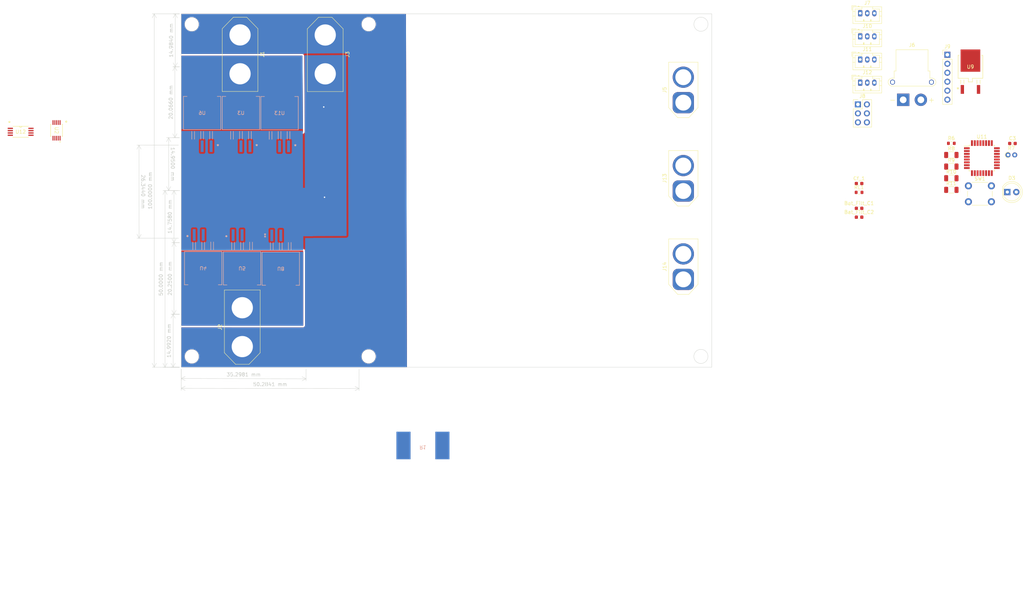
<source format=kicad_pcb>
(kicad_pcb (version 20221018) (generator pcbnew)
  (title_block (title "Prototype Senior Design A") (date "2023-03-30") (rev "0"))
  (layers (0 "F.Cu" signal) (31 "B.Cu" signal) (34 "B.Paste" user) (35 "F.Paste" user) (36 "B.SilkS" user "B.Silkscreen") (37 "F.SilkS" user "F.Silkscreen") (38 "B.Mask" user) (39 "F.Mask" user) (44 "Edge.Cuts" user))
  (net 0 "")
  (net 1 "GND")
  (net 4 "/Microcontroller/TEMP_SENSOR")
  (net 5 "/Microcontroller/Voltmeter_1")
  (net 10 "/Load Sharing/V1")
  (net 11 "/Load Sharing/V2")
  (net 12 "/Load Sharing/G2")
  (net 13 "/Load Sharing/G1")
  (net 14 "Net-(D3-K)")
  (net 15 "Net-(D3-A)")
  (net 16 "/Microcontroller/RESET")
  (net 17 "/Microcontroller/DTR")
  (net 18 "+5V")
  (net 34 "/Current Sense/SenseVoltage")
  (net 35 "/Microcontroller/ADC1")
  (net 36 "/Microcontroller/Voltmeter_2")
  (net 37 "/Microcontroller/TX")
  (net 39 "/Microcontroller/MOSI")
  (net 40 "/Microcontroller/SCK")
  (net 41 "/Microcontroller/MISO")
  (net 43 "/Microcontroller/RX")
  (net 44 "/Microcontroller/SDA")
  (net 45 "/Microcontroller/SCL")
  (net 49 "+BATT")
  (footprint "Connector_JST:JST_PH_B3B-PH-K_1x03_P2.00mm_Vertical" (layer "F.Cu") (at 216.9 28.27)
    (fp_text reference "J7" (at 2 -2.9) (layer "F.SilkS"))
    (fp_text value "JST_PH_TEMP_SENSOR_1")
    (pad "1" thru_hole roundrect (at 0 0) (size 1.2 1.75) (drill 0.75) (layers "*.Cu" "*.Mask") (roundrect_rratio 0.208333) (net 18 "+5V"))
    (pad "2" thru_hole oval (at 2 0) (size 1.2 1.75) (drill 0.75) (layers "*.Cu" "*.Mask") (net 4 "/Microcontroller/TEMP_SENSOR"))
    (pad "3" thru_hole oval (at 4 0) (size 1.2 1.75) (drill 0.75) (layers "*.Cu" "*.Mask") (net 1 "GND"))
  )
  (footprint "Mechatronic Footprints:AMASS_XT90-M_1x02_P11.00mm_Vertical" (layer "F.Cu") (at 42.168 122.611 90)
    (fp_text reference "J2" (at 5.5 -6.3 90) (layer "F.SilkS"))
    (fp_text value "XT90 IN BAT2")
    (pad "1" thru_hole roundrect (at 0 0 90) (size 7.6 7.6) (drill 6) (layers "*.Cu" "*.Mask") (net 1 "GND"))
    (pad "2" thru_hole circle (at 11 0 90) (size 7.6 7.6) (drill 6) (layers "*.Cu" "*.Mask") (net 11 "/Load Sharing/V2"))
  )
  (footprint "Connector_JST:JST_PH_B3B-PH-K_1x03_P2.00mm_Vertical" (layer "F.Cu") (at 216.9 34.82)
    (fp_text reference "J10" (at 2 -2.9) (layer "F.SilkS"))
    (fp_text value "JST_PH_MCU_I2C")
    (pad "1" thru_hole roundrect (at 0 0) (size 1.2 1.75) (drill 0.75) (layers "*.Cu" "*.Mask") (roundrect_rratio 0.208333) (net 1 "GND"))
    (pad "2" thru_hole oval (at 2 0) (size 1.2 1.75) (drill 0.75) (layers "*.Cu" "*.Mask") (net 44 "/Microcontroller/SDA"))
    (pad "3" thru_hole oval (at 4 0) (size 1.2 1.75) (drill 0.75) (layers "*.Cu" "*.Mask") (net 45 "/Microcontroller/SCL"))
  )
  (footprint "Connector_AMASS:AMASS_XT60-F_1x02_P7.20mm_Vertical" (layer "F.Cu") (at 166.89 103.58 90)
    (fp_text reference "J14" (at 3.6 -5.3 90) (layer "F.SilkS"))
    (fp_text value "AMASS_XT60-F_1x02_P7.20mm_Vertical")
    (pad "1" thru_hole roundrect (at 0 0 90) (size 6 6) (drill 4.5) (layers "*.Cu" "*.Mask"))
    (pad "2" thru_hole circle (at 7.2 0 90) (size 6 6) (drill 4.5) (layers "*.Cu" "*.Mask"))
  )
  (footprint "Resistor_SMD:R_0603_1608Metric" (layer "F.Cu") (at 216.58 78.965)
    (fp_text reference "RL1" (at 0 -1.43) (layer "F.SilkS"))
    (fp_text value "100k")
    (pad "1" smd roundrect (at -0.825 0) (size 0.8 0.95) (layers "F.Cu" "F.Paste" "F.Mask") (net 1 "GND"))
    (pad "2" smd roundrect (at 0.825 0) (size 0.8 0.95) (layers "F.Cu" "F.Paste" "F.Mask") (net 34 "/Current Sense/SenseVoltage"))
  )
  (footprint "Connector_JST:JST_PH_B3B-PH-K_1x03_P2.00mm_Vertical" (layer "F.Cu") (at 216.9 47.92)
    (fp_text reference "J12" (at 2 -2.9) (layer "F.SilkS"))
    (fp_text value "JST_PH_TEMP_SENSOR_3")
    (pad "1" thru_hole roundrect (at 0 0) (size 1.2 1.75) (drill 0.75) (layers "*.Cu" "*.Mask") (roundrect_rratio 0.208333) (net 18 "+5V"))
    (pad "2" thru_hole oval (at 2 0) (size 1.2 1.75) (drill 0.75) (layers "*.Cu" "*.Mask") (net 4 "/Microcontroller/TEMP_SENSOR"))
    (pad "3" thru_hole oval (at 4 0) (size 1.2 1.75) (drill 0.75) (layers "*.Cu" "*.Mask") (net 1 "GND"))
  )
  (footprint "Connector_JST:JST_PH_B3B-PH-K_1x03_P2.00mm_Vertical" (layer "F.Cu") (at 216.9 41.37)
    (fp_text reference "J11" (at 2 -2.9) (layer "F.SilkS"))
    (fp_text value "JST_PH_TEMP_SENSOR_2")
    (pad "1" thru_hole roundrect (at 0 0) (size 1.2 1.75) (drill 0.75) (layers "*.Cu" "*.Mask") (roundrect_rratio 0.208333) (net 18 "+5V"))
    (pad "2" thru_hole oval (at 2 0) (size 1.2 1.75) (drill 0.75) (layers "*.Cu" "*.Mask") (net 4 "/Microcontroller/TEMP_SENSOR"))
    (pad "3" thru_hole oval (at 4 0) (size 1.2 1.75) (drill 0.75) (layers "*.Cu" "*.Mask") (net 1 "GND"))
  )
  (footprint "Connector_PinHeader_2.54mm:PinHeader_1x06_P2.54mm_Vertical" (layer "F.Cu") (at 241.55 40.02)
    (fp_text reference "J9" (at 0 -2.33) (layer "F.SilkS"))
    (fp_text value "MCU_prog_header")
    (pad "1" thru_hole rect (at 0 0) (size 1.7 1.7) (drill 1) (layers "*.Cu" "*.Mask"))
    (pad "2" thru_hole oval (at 0 2.54) (size 1.7 1.7) (drill 1) (layers "*.Cu" "*.Mask") (net 1 "GND"))
    (pad "3" thru_hole oval (at 0 5.08) (size 1.7 1.7) (drill 1) (layers "*.Cu" "*.Mask") (net 18 "+5V"))
    (pad "4" thru_hole oval (at 0 7.62) (size 1.7 1.7) (drill 1) (layers "*.Cu" "*.Mask") (net 43 "/Microcontroller/RX"))
    (pad "5" thru_hole oval (at 0 10.16) (size 1.7 1.7) (drill 1) (layers "*.Cu" "*.Mask") (net 37 "/Microcontroller/TX"))
    (pad "6" thru_hole oval (at 0 12.7) (size 1.7 1.7) (drill 1) (layers "*.Cu" "*.Mask") (net 17 "/Microcontroller/DTR"))
  )
  (footprint "Connector_PinHeader_2.54mm:PinHeader_2x03_P2.54mm_Vertical" (layer "F.Cu") (at 216.25 54.07)
    (fp_text reference "J8" (at 1.27 -2.33) (layer "F.SilkS"))
    (fp_text value "MCU_ICSP_header")
    (pad "1" thru_hole rect (at 0 0) (size 1.7 1.7) (drill 1) (layers "*.Cu" "*.Mask") (net 1 "GND"))
    (pad "2" thru_hole oval (at 2.54 0) (size 1.7 1.7) (drill 1) (layers "*.Cu" "*.Mask") (net 16 "/Microcontroller/RESET"))
    (pad "3" thru_hole oval (at 0 2.54) (size 1.7 1.7) (drill 1) (layers "*.Cu" "*.Mask") (net 39 "/Microcontroller/MOSI"))
    (pad "4" thru_hole oval (at 2.54 2.54) (size 1.7 1.7) (drill 1) (layers "*.Cu" "*.Mask") (net 40 "/Microcontroller/SCK"))
    (pad "5" thru_hole oval (at 0 5.08) (size 1.7 1.7) (drill 1) (layers "*.Cu" "*.Mask") (net 18 "+5V"))
    (pad "6" thru_hole oval (at 2.54 5.08) (size 1.7 1.7) (drill 1) (layers "*.Cu" "*.Mask") (net 41 "/Microcontroller/MISO"))
  )
  (footprint "Resistor_SMD:R_1206_3216Metric" (layer "F.Cu") (at 242.67 78.25)
    (fp_text reference "R11" (at 0 -1.82) (layer "F.SilkS"))
    (fp_text value "510K")
    (pad "1" smd roundrect (at -1.4625 0) (size 1.125 1.75) (layers "F.Cu" "F.Paste" "F.Mask") (roundrect_rratio 0.222222) (net 36 "/Microcontroller/Voltmeter_2"))
    (pad "2" smd roundrect (at 1.4625 0) (size 1.125 1.75) (layers "F.Cu" "F.Paste" "F.Mask") (roundrect_rratio 0.222222) (net 1 "GND"))
  )
  (footprint "Mechatronic Footprints:LTC4416_MSOP-10_MS_LIT" (layer "F.Cu") (at -10.34924 61.41615 -90)
    (fp_text reference "U2" (at 0 0 -90 unlocked) (layer "F.SilkS"))
    (fp_text value "LTC4416EMS-1-TRPBF")
    (fp_text user "*" (at -2.47015 -2.42316 -90 unlocked) (layer "F.SilkS"))
    (fp_text user "*" (at -2.47015 -2.42316 -90 unlocked) (layer "F.SilkS"))
    (pad "1" smd rect (at -2.21615 -1.00076 270) (size 1.3335 0.2794) (layers "F.Cu" "F.Paste" "F.Mask"))
    (pad "2" smd rect (at -2.21615 -0.50038 270) (size 1.3335 0.2794) (layers "F.Cu" "F.Paste" "F.Mask") (net 10 "/Load Sharing/V1"))
    (pad "3" smd rect (at -2.21615 0 270) (size 1.3335 0.2794) (layers "F.Cu" "F.Paste" "F.Mask") (net 1 "GND"))
    (pad "4" smd rect (at -2.21615 0.50038 270) (size 1.3335 0.2794) (layers "F.Cu" "F.Paste" "F.Mask") (net 1 "GND"))
    (pad "5" smd rect (at -2.21615 1.00076 270) (size 1.3335 0.2794) (layers "F.Cu" "F.Paste" "F.Mask"))
    (pad "6" smd rect (at 2.21615 1.00076 270) (size 1.3335 0.2794) (layers "F.Cu" "F.Paste" "F.Mask") (net 12 "/Load Sharing/G2"))
    (pad "7" smd rect (at 2.21615 0.50038 270) (size 1.3335 0.2794) (layers "F.Cu" "F.Paste" "F.Mask") (net 11 "/Load Sharing/V2"))
    (pad "8" smd rect (at 2.21615 0 270) (size 1.3335 0.2794) (layers "F.Cu" "F.Paste" "F.Mask") (net 49 "+BATT"))
    (pad "9" smd rect (at 2.21615 -0.50038 270) (size 1.3335 0.2794) (layers "F.Cu" "F.Paste" "F.Mask") (net 10 "/Load Sharing/V1"))
    (pad "10" smd rect (at 2.21615 -1.00076 270) (size 1.3335 0.2794) (layers "F.Cu" "F.Paste" "F.Mask") (net 13 "/Load Sharing/G1"))
  )
  (footprint "Resistor_SMD:R_1206_3216Metric" (layer "F.Cu") (at 242.67 74.96)
    (fp_text reference "R10" (at 0 -1.82) (layer "F.SilkS"))
    (fp_text value "1.2M")
    (pad "1" smd roundrect (at -1.4625 0) (size 1.125 1.75) (layers "F.Cu" "F.Paste" "F.Mask") (roundrect_rratio 0.222222) (net 11 "/Load Sharing/V2"))
    (pad "2" smd roundrect (at 1.4625 0) (size 1.125 1.75) (layers "F.Cu" "F.Paste" "F.Mask") (roundrect_rratio 0.222222) (net 36 "/Microcontroller/Voltmeter_2"))
  )
  (footprint "Mechatronic Footprints:AMASS_XT90-M_1x02_P11.00mm_Vertical" (layer "F.Cu") (at 41.537244 34.400946 -90)
    (fp_text reference "J1" (at 5.5 -6.3 90) (layer "F.SilkS"))
    (fp_text value "XT90 IN BAT1")
    (pad "1" thru_hole roundrect (at 0 0 270) (size 7.6 7.6) (drill 6) (layers "*.Cu" "*.Mask") (net 1 "GND"))
    (pad "2" thru_hole circle (at 11 0 270) (size 7.6 7.6) (drill 6) (layers "*.Cu" "*.Mask") (net 10 "/Load Sharing/V1"))
  )
  (footprint "Capacitor_SMD:C_0603_1608Metric" (layer "F.Cu") (at 216.58 85.985)
    (fp_text reference "Bat_Filt_C2" (at 0 -1.43) (layer "F.SilkS"))
    (fp_text value "47uF")
    (pad "1" smd roundrect (at -0.775 0) (size 0.9 0.95) (layers "F.Cu" "F.Paste" "F.Mask") (net 36 "/Microcontroller/Voltmeter_2"))
    (pad "2" smd roundrect (at 0.775 0) (size 0.9 0.95) (layers "F.Cu" "F.Paste" "F.Mask") (net 1 "GND"))
  )
  (footprint "Mechatronic Footprints:5V_REGULATOR_DPAK_STM" (layer "F.Cu") (at 248.0707 43.4401)
    (fp_text reference "U9" (at 0 0 unlocked) (layer "F.SilkS"))
    (fp_text value "L78M05CDT-TR 5V Reg")
    (fp_text user "*" (at -3.556 6.3881) (layer "F.SilkS"))
    (fp_text user "*" (at -3.556 6.3881 unlocked) (layer "F.SilkS"))
    (pad "1" smd rect (at -2.286 6.3881) (size 0.9398 2.4892) (layers "F.Cu" "F.Paste" "F.Mask") (net 49 "+BATT"))
    (pad "2" smd rect (at 2.286 6.3881) (size 0.9398 2.4892) (layers "F.Cu" "F.Paste" "F.Mask") (net 18 "+5V"))
    (pad "3" smd rect (at 0 -1.7653) (size 5.5626 6.2992) (layers "F.Cu" "F.Paste" "F.Mask") (net 1 "GND"))
  )
  (footprint "Mechatronic Footprints:INA139_PW8" (layer "F.Cu") (at -20.504 61.824999)
    (fp_text reference "U12" (at 0 0 unlocked) (layer "F.SilkS"))
    (fp_text value "INA139QPWRQ1")
    (fp_text user "*" (at -3.175 -2.4736) (layer "F.SilkS"))
    (fp_text user "*" (at -3.175 -2.4736 unlocked) (layer "F.SilkS"))
    (pad "1" smd rect (at -2.921 -0.974999) (size 1.4732 0.3556) (layers "F.Cu" "F.Paste" "F.Mask") (net 49 "+BATT"))
    (pad "2" smd rect (at -2.921 -0.325001) (size 1.4732 0.3556) (layers "F.Cu" "F.Paste" "F.Mask") (net 49 "+BATT"))
    (pad "3" smd rect (at -2.921 0.325001) (size 1.4732 0.3556) (layers "F.Cu" "F.Paste" "F.Mask"))
    (pad "4" smd rect (at -2.921 0.974999) (size 1.4732 0.3556) (layers "F.Cu" "F.Paste" "F.Mask") (net 1 "GND"))
    (pad "5" smd rect (at 2.921 0.974999) (size 1.4732 0.3556) (layers "F.Cu" "F.Paste" "F.Mask"))
    (pad "6" smd rect (at 2.921 0.325001) (size 1.4732 0.3556) (layers "F.Cu" "F.Paste" "F.Mask") (net 34 "/Current Sense/SenseVoltage"))
    (pad "7" smd rect (at 2.921 -0.325001) (size 1.4732 0.3556) (layers "F.Cu" "F.Paste" "F.Mask"))
    (pad "8" smd rect (at 2.921 -0.974999) (size 1.4732 0.3556) (layers "F.Cu" "F.Paste" "F.Mask") (net 18 "+5V"))
  )
  (footprint "LED_THT:LED_D5.0mm" (layer "F.Cu") (at 258.5 78.87)
    (fp_text reference "D3" (at 1.27 -3.96) (layer "F.SilkS"))
    (fp_text value "MCU_LED")
    (pad "1" thru_hole rect (at 0 0) (size 1.8 1.8) (drill 0.9) (layers "*.Cu" "*.Mask") (net 14 "Net-(D3-K)"))
    (pad "2" thru_hole circle (at 2.54 0) (size 1.8 1.8) (drill 0.9) (layers "*.Cu" "*.Mask") (net 15 "Net-(D3-A)"))
  )
  (footprint "Connector_AMASS:AMASS_XT60-F_1x02_P7.20mm_Vertical" (layer "F.Cu") (at 166.88 78.58 90)
    (fp_text reference "J13" (at 3.6 -5.3 90) (layer "F.SilkS"))
    (fp_text value "AMASS_XT60-F_1x02_P7.20mm_Vertical")
    (pad "1" thru_hole roundrect (at 0 0 90) (size 6 6) (drill 4.5) (layers "*.Cu" "*.Mask"))
    (pad "2" thru_hole circle (at 7.2 0 90) (size 6 6) (drill 4.5) (layers "*.Cu" "*.Mask"))
  )
  (footprint "Connector_AMASS:AMASS_XT60-F_1x02_P7.20mm_Vertical" (layer "F.Cu") (at 166.88 53.57 90)
    (fp_text reference "J5" (at 3.6 -5.3 90) (layer "F.SilkS"))
    (fp_text value "AMASS_XT60-F_1x02_P7.20mm_Vertical")
    (pad "1" thru_hole roundrect (at 0 0 90) (size 6 6) (drill 4.5) (layers "*.Cu" "*.Mask"))
    (pad "2" thru_hole circle (at 7.2 0 90) (size 6 6) (drill 4.5) (layers "*.Cu" "*.Mask"))
  )
  (footprint "Capacitor_SMD:C_0603_1608Metric" (layer "F.Cu") (at 259.95 65.12)
    (fp_text reference "C3" (at 0 -1.43) (layer "F.SilkS"))
    (fp_text value "100nF")
    (pad "1" smd roundrect (at -0.775 0) (size 0.9 0.95) (layers "F.Cu" "F.Paste" "F.Mask") (net 16 "/Microcontroller/RESET"))
    (pad "2" smd roundrect (at 0.775 0) (size 0.9 0.95) (layers "F.Cu" "F.Paste" "F.Mask") (net 17 "/Microcontroller/DTR"))
  )
  (footprint "Mechatronic Footprints:AMASS_XT30PW-F_1x02_P2.50mm_Horizontal" (layer "F.Cu") (at 229.05 52.77)
    (fp_text reference "J6" (at 2.5 -15.5) (layer "F.SilkS"))
    (fp_text value "XT30PW Bat Out")
    (fp_text user "-" (at -3 0) (layer "F.SilkS") (effects (font (size 1.5 1.5))))
    (fp_text user "+" (at 8 0) (layer "F.SilkS") (effects (font (size 1.5 1.5))))
    (pad "" thru_hole circle (at -3 -5 90) (size 1.4 1.4) (drill 1) (layers "*.Cu" "*.Mask"))
    (pad "" thru_hole circle (at 8 -5) (size 1.4 1.4) (drill 1) (layers "*.Cu" "*.Mask"))
    (pad "1" thru_hole rect (at 0 0) (size 3.5 3.5) (drill 1.9) (layers "*.Cu" "*.Mask") (net 1 "GND"))
    (pad "2" thru_hole circle (at 5 0) (size 3.5 3.5) (drill 1.9) (layers "*.Cu" "*.Mask") (net 49 "+BATT"))
  )
  (footprint "Resistor_SMD:R_1206_3216Metric" (layer "F.Cu") (at 242.67 71.67)
    (fp_text reference "R9" (at 0 -1.82) (layer "F.SilkS"))
    (fp_text value "510K")
    (pad "1" smd roundrect (at -1.4625 0) (size 1.125 1.75) (layers "F.Cu" "F.Paste" "F.Mask") (roundrect_rratio 0.222222) (net 5 "/Microcontroller/Voltmeter_1"))
    (pad "2" smd roundrect (at 1.4625 0) (size 1.125 1.75) (layers "F.Cu" "F.Paste" "F.Mask") (roundrect_rratio 0.222222) (net 1 "GND"))
  )
  (footprint "Package_QFP:TQFP-32_7x7mm_P0.8mm" (layer "F.Cu") (at 251.3 69.27)
    (fp_text reference "U11" (at 0 -6.05) (layer "F.SilkS"))
    (fp_text value "ATmega328P-A")
    (pad "1" smd rect (at -4.25 -2.8) (size 1.6 0.55) (layers "F.Cu" "F.Paste" "F.Mask"))
    (pad "2" smd rect (at -4.25 -2) (size 1.6 0.55) (layers "F.Cu" "F.Paste" "F.Mask"))
    (pad "3" smd rect (at -4.25 -1.2) (size 1.6 0.55) (layers "F.Cu" "F.Paste" "F.Mask") (net 1 "GND"))
    (pad "4" smd rect (at -4.25 -0.4) (size 1.6 0.55) (layers "F.Cu" "F.Paste" "F.Mask") (net 18 "+5V"))
    (pad "5" smd rect (at -4.25 0.4) (size 1.6 0.55) (layers "F.Cu" "F.Paste" "F.Mask") (net 1 "GND"))
    (pad "6" smd rect (at -4.25 1.2) (size 1.6 0.55) (layers "F.Cu" "F.Paste" "F.Mask") (net 18 "+5V"))
    (pad "7" smd rect (at -4.25 2) (size 1.6 0.55) (layers "F.Cu" "F.Paste" "F.Mask"))
    (pad "8" smd rect (at -4.25 2.8) (size 1.6 0.55) (layers "F.Cu" "F.Paste" "F.Mask"))
    (pad "9" smd rect (at -2.8 4.25 90) (size 1.6 0.55) (layers "F.Cu" "F.Paste" "F.Mask") (net 4 "/Microcontroller/TEMP_SENSOR"))
    (pad "10" smd rect (at -2 4.25 90) (size 1.6 0.55) (layers "F.Cu" "F.Paste" "F.Mask"))
    (pad "11" smd rect (at -1.2 4.25 90) (size 1.6 0.55) (layers "F.Cu" "F.Paste" "F.Mask"))
    (pad "12" smd rect (at -0.4 4.25 90) (size 1.6 0.55) (layers "F.Cu" "F.Paste" "F.Mask"))
    (pad "13" smd rect (at 0.4 4.25 90) (size 1.6 0.55) (layers "F.Cu" "F.Paste" "F.Mask") (net 15 "Net-(D3-A)"))
    (pad "14" smd rect (at 1.2 4.25 90) (size 1.6 0.55) (layers "F.Cu" "F.Paste" "F.Mask"))
    (pad "15" smd rect (at 2 4.25 90) (size 1.6 0.55) (layers "F.Cu" "F.Paste" "F.Mask") (net 39 "/Microcontroller/MOSI"))
    (pad "16" smd rect (at 2.8 4.25 90) (size 1.6 0.55) (layers "F.Cu" "F.Paste" "F.Mask") (net 41 "/Microcontroller/MISO"))
    (pad "17" smd rect (at 4.25 2.8) (size 1.6 0.55) (layers "F.Cu" "F.Paste" "F.Mask") (net 40 "/Microcontroller/SCK"))
    (pad "18" smd rect (at 4.25 2) (size 1.6 0.55) (layers "F.Cu" "F.Paste" "F.Mask"))
    (pad "19" smd rect (at 4.25 1.2) (size 1.6 0.55) (layers "F.Cu" "F.Paste" "F.Mask"))
    (pad "20" smd rect (at 4.25 0.4) (size 1.6 0.55) (layers "F.Cu" "F.Paste" "F.Mask"))
    (pad "21" smd rect (at 4.25 -0.4) (size 1.6 0.55) (layers "F.Cu" "F.Paste" "F.Mask") (net 1 "GND"))
    (pad "22" smd rect (at 4.25 -1.2) (size 1.6 0.55) (layers "F.Cu" "F.Paste" "F.Mask"))
    (pad "23" smd rect (at 4.25 -2) (size 1.6 0.55) (layers "F.Cu" "F.Paste" "F.Mask") (net 34 "/Current Sense/SenseVoltage"))
    (pad "24" smd rect (at 4.25 -2.8) (size 1.6 0.55) (layers "F.Cu" "F.Paste" "F.Mask") (net 35 "/Microcontroller/ADC1"))
    (pad "25" smd rect (at 2.8 -4.25 90) (size 1.6 0.55) (layers "F.Cu" "F.Paste" "F.Mask") (net 5 "/Microcontroller/Voltmeter_1"))
    (pad "26" smd rect (at 2 -4.25 90) (size 1.6 0.55) (layers "F.Cu" "F.Paste" "F.Mask") (net 36 "/Microcontroller/Voltmeter_2"))
    (pad "27" smd rect (at 1.2 -4.25 90) (size 1.6 0.55) (layers "F.Cu" "F.Paste" "F.Mask") (net 44 "/Microcontroller/SDA"))
    (pad "28" smd rect (at 0.4 -4.25 90) (size 1.6 0.55) (layers "F.Cu" "F.Paste" "F.Mask") (net 45 "/Microcontroller/SCL"))
    (pad "29" smd rect (at -0.4 -4.25 90) (size 1.6 0.55) (layers "F.Cu" "F.Paste" "F.Mask") (net 16 "/Microcontroller/RESET"))
    (pad "30" smd rect (at -1.2 -4.25 90) (size 1.6 0.55) (layers "F.Cu" "F.Paste" "F.Mask") (net 43 "/Microcontroller/RX"))
    (pad "31" smd rect (at -2 -4.25 90) (size 1.6 0.55) (layers "F.Cu" "F.Paste" "F.Mask") (net 37 "/Microcontroller/TX"))
    (pad "32" smd rect (at -2.8 -4.25 90) (size 1.6 0.55) (layers "F.Cu" "F.Paste" "F.Mask"))
  )
  (footprint "Capacitor_SMD:C_0603_1608Metric" (layer "F.Cu") (at 216.58 76.455)
    (fp_text reference "Cf_1" (at 0 -1.43) (layer "F.SilkS"))
    (fp_text value "80pF")
    (pad "1" smd roundrect (at -0.775 0) (size 0.9 0.95) (layers "F.Cu" "F.Paste" "F.Mask") (net 34 "/Current Sense/SenseVoltage"))
    (pad "2" smd roundrect (at 0.775 0) (size 0.9 0.95) (layers "F.Cu" "F.Paste" "F.Mask") (net 1 "GND"))
  )
  (footprint "Button_Switch_THT:SW_PUSH_6mm" (layer "F.Cu") (at 247.5 77.12)
    (fp_text reference "SW1" (at 3.25 -2) (layer "F.SilkS"))
    (fp_text value "MCU_Button")
    (pad "1" thru_hole circle (at 0 0 90) (size 2 2) (drill 1.1) (layers "*.Cu" "*.Mask") (net 1 "GND"))
    (pad "1" thru_hole circle (at 6.5 0 90) (size 2 2) (drill 1.1) (layers "*.Cu" "*.Mask") (net 1 "GND"))
    (pad "2" thru_hole circle (at 0 4.5 90) (size 2 2) (drill 1.1) (layers "*.Cu" "*.Mask") (net 16 "/Microcontroller/RESET"))
    (pad "2" thru_hole circle (at 6.5 4.5 90) (size 2 2) (drill 1.1) (layers "*.Cu" "*.Mask") (net 16 "/Microcontroller/RESET"))
  )
  (footprint "Mechatronic Footprints:AMASS_XT90-F_1x02_P11.00mm_Vertical" (layer "F.Cu") (at 65.625 34.425 -90)
    (fp_text reference "J3" (at 5.5 -6.3 90) (layer "F.SilkS"))
    (fp_text value "XT90 ESC Output 1")
    (pad "1" thru_hole roundrect (at 0 0 270) (size 7.6 7.6) (drill 6) (layers "*.Cu" "*.Mask") (net 1 "GND"))
    (pad "2" thru_hole circle (at 11 0 270) (size 7.6 7.6) (drill 6) (layers "*.Cu" "*.Mask") (net 49 "+BATT"))
  )
  (footprint "Resistor_SMD:R_0603_1608Metric" (layer "F.Cu") (at 242.67 65.09)
    (fp_text reference "R6" (at 0 -1.43) (layer "F.SilkS"))
    (fp_text value "10K")
    (pad "1" smd roundrect (at -0.825 0) (size 0.8 0.95) (layers "F.Cu" "F.Paste" "F.Mask") (net 16 "/Microcontroller/RESET"))
    (pad "2" smd roundrect (at 0.825 0) (size 0.8 0.95) (layers "F.Cu" "F.Paste" "F.Mask") (net 18 "+5V"))
  )
  (footprint "Capacitor_SMD:C_0603_1608Metric" (layer "F.Cu") (at 216.58 83.475)
    (fp_text reference "Bat_Filt_C1" (at 0 -1.43) (layer "F.SilkS"))
    (fp_text value "47uF")
    (pad "1" smd roundrect (at -0.775 0) (size 0.9 0.95) (layers "F.Cu" "F.Paste" "F.Mask") (net 5 "/Microcontroller/Voltmeter_1"))
    (pad "2" smd roundrect (at 0.775 0) (size 0.9 0.95) (layers "F.Cu" "F.Paste" "F.Mask") (net 1 "GND"))
  )
  (footprint "Resistor_THT:R_Axial_DIN0204_L3.6mm_D1.6mm_P1.90mm_Vertical" (layer "F.Cu") (at 258.7 68.37)
    (fp_text reference "R7" (at 0.95 -1.92) (layer "F.SilkS"))
    (fp_text value "1k")
    (pad "1" thru_hole circle (at 0 0) (size 1.4 1.4) (drill 0.7) (layers "*.Cu" "*.Mask") (net 14 "Net-(D3-K)"))
    (pad "2" thru_hole oval (at 1.9 0) (size 1.4 1.4) (drill 0.7) (layers "*.Cu" "*.Mask") (net 1 "GND"))
  )
  (footprint "Resistor_SMD:R_1206_3216Metric" (layer "F.Cu") (at 242.67 68.38)
    (fp_text reference "R8" (at 0 -1.82) (layer "F.SilkS"))
    (fp_text value "1.2M")
    (pad "1" smd roundrect (at -1.4625 0) (size 1.125 1.75) (layers "F.Cu" "F.Paste" "F.Mask") (roundrect_rratio 0.222222) (net 10 "/Load Sharing/V1"))
    (pad "2" smd roundrect (at 1.4625 0) (size 1.125 1.75) (layers "F.Cu" "F.Paste" "F.Mask") (roundrect_rratio 0.222222) (net 5 "/Microcontroller/Voltmeter_1"))
  )
  (footprint "Mechatronic Footprints:LTC3780_PRSS0004AL-A_REN" (layer "B.Cu") (at 30.813244 56.511146 180)
    (fp_text reference "U6" (at 0 0 unlocked) (layer "B.SilkS") (effects (justify mirror)))
    (fp_text value "NP100P04PLG-E1-AY")
    (fp_text user "*" (at -4.445 -9.398 unlocked) (layer "B.SilkS") (effects (justify mirror)))
    (fp_text user "*" (at -4.445 -9.398 unlocked) (layer "B.SilkS") (effects (justify mirror)))
    (pad "1" smd rect (at -2.54 -9.398 180) (size 0.8128 3.2512) (layers "B.Cu" "B.Paste" "B.Mask") (net 13 "/Load Sharing/G1"))
    (pad "2" smd rect (at 0 -9.398 180) (size 0.8128 3.2512) (layers "B.Cu" "B.Paste" "B.Mask") (net 10 "/Load Sharing/V1"))
    (pad "3" smd rect (at 2.54 -9.398 180) (size 0.8128 3.2512) (layers "B.Cu" "B.Paste" "B.Mask") (net 49 "+BATT"))
    (pad "4" smd rect (at 0 0.7239 180) (size 7.874 8.3058) (layers "B.Cu" "B.Paste" "B.Mask") (net 10 "/Load Sharing/V1"))
  )
  (footprint "Mechatronic Footprints:CSS2H-5930R" (layer "B.Cu") (at 93.25 150.6)
    (fp_text reference "R1" (at 0 0.5 180 unlocked) (layer "B.SilkS") (effects (justify mirror)))
    (fp_text value "0.3m")
    (pad "1" smd rect (at -5.5 0 270) (size 7.8 4) (layers "B.Cu" "B.Paste" "B.Mask"))
    (pad "2" smd rect (at 5.5 0 270) (size 7.8 4) (layers "B.Cu" "B.Paste" "B.Mask"))
  )
  (footprint "Mechatronic Footprints:LTC3780_PRSS0004AL-A_REN" (layer "B.Cu") (at 41.793244 56.511146 180)
    (fp_text reference "U3" (at 0 0 unlocked) (layer "B.SilkS") (effects (justify mirror)))
    (fp_text value "NP100P04PLG-E1-AY")
    (fp_text user "*" (at -4.445 -9.398 unlocked) (layer "B.SilkS") (effects (justify mirror)))
    (fp_text user "*" (at -4.445 -9.398 unlocked) (layer "B.SilkS") (effects (justify mirror)))
    (pad "1" smd rect (at -2.54 -9.398 180) (size 0.8128 3.2512) (layers "B.Cu" "B.Paste" "B.Mask") (net 13 "/Load Sharing/G1"))
    (pad "2" smd rect (at 0 -9.398 180) (size 0.8128 3.2512) (layers "B.Cu" "B.Paste" "B.Mask") (net 10 "/Load Sharing/V1"))
    (pad "3" smd rect (at 2.54 -9.398 180) (size 0.8128 3.2512) (layers "B.Cu" "B.Paste" "B.Mask") (net 49 "+BATT"))
    (pad "4" smd rect (at 0 0.7239 180) (size 7.874 8.3058) (layers "B.Cu" "B.Paste" "B.Mask") (net 10 "/Load Sharing/V1"))
  )
  (footprint "Mechatronic Footprints:LTC3780_PRSS0004AL-A_REN" (layer "B.Cu") (at 31.11 100.4088)
    (fp_text reference "U4" (at 0 0 180 unlocked) (layer "B.SilkS") (effects (justify mirror)))
    (fp_text value "NP100P04PLG-E1-AY")
    (fp_text user "*" (at -4.445 -9.398 180 unlocked) (layer "B.SilkS") (effects (justify mirror)))
    (fp_text user "*" (at -4.445 -9.398 180 unlocked) (layer "B.SilkS") (effects (justify mirror)))
    (pad "1" smd rect (at -2.54 -9.398) (size 0.8128 3.2512) (layers "B.Cu" "B.Paste" "B.Mask") (net 12 "/Load Sharing/G2"))
    (pad "2" smd rect (at 0 -9.398) (size 0.8128 3.2512) (layers "B.Cu" "B.Paste" "B.Mask") (net 11 "/Load Sharing/V2"))
    (pad "3" smd rect (at 2.54 -9.398) (size 0.8128 3.2512) (layers "B.Cu" "B.Paste" "B.Mask") (net 49 "+BATT"))
    (pad "4" smd rect (at 0 0.7239) (size 7.874 8.3058) (layers "B.Cu" "B.Paste" "B.Mask") (net 11 "/Load Sharing/V2"))
  )
  (footprint "Mechatronic Footprints:LTC3780_PRSS0004AL-A_REN" (layer "B.Cu") (at 53.052 100.5488)
    (fp_text reference "U8" (at 0 0 180 unlocked) (layer "B.SilkS") (effects (justify mirror)))
    (fp_text value "NP100P04PLG-E1-AY")
    (fp_text user "*" (at -4.445 -9.398) (layer "B.SilkS") (effects (justify mirror)))
    (fp_text user "*" (at -4.445 -9.398 180 unlocked) (layer "B.SilkS") (effects (justify mirror)))
    (pad "1" smd rect (at -2.54 -9.398) (size 0.8128 3.2512) (layers "B.Cu" "B.Paste" "B.Mask") (net 12 "/Load Sharing/G2"))
    (pad "2" smd rect (at 0 -9.398) (size 0.8128 3.2512) (layers "B.Cu" "B.Paste" "B.Mask") (net 11 "/Load Sharing/V2"))
    (pad "3" smd rect (at 2.54 -9.398) (size 0.8128 3.2512) (layers "B.Cu" "B.Paste" "B.Mask") (net 49 "+BATT"))
    (pad "4" smd rect (at 0 0.7239) (size 7.874 8.3058) (layers "B.Cu" "B.Paste" "B.Mask") (net 11 "/Load Sharing/V2"))
  )
  (footprint "Mechatronic Footprints:LTC3780_PRSS0004AL-A_REN" (layer "B.Cu") (at 52.713244 56.538846 180)
    (fp_text reference "U13" (at 0 0 unlocked) (layer "B.SilkS") (effects (justify mirror)))
    (fp_text value "NP100P04PLG-E1-AY")
    (fp_text user "*" (at -4.445 -9.398 unlocked) (layer "B.SilkS") (effects (justify mirror)))
    (fp_text user "*" (at -4.445 -9.398) (layer "B.SilkS") (effects (justify mirror)))
    (pad "1" smd rect (at -2.54 -9.398 180) (size 0.8128 3.2512) (layers "B.Cu" "B.Paste" "B.Mask") (net 13 "/Load Sharing/G1"))
    (pad "2" smd rect (at 0 -9.398 180) (size 0.8128 3.2512) (layers "B.Cu" "B.Paste" "B.Mask") (net 10 "/Load Sharing/V1"))
    (pad "3" smd rect (at 2.54 -9.398 180) (size 0.8128 3.2512) (layers "B.Cu" "B.Paste" "B.Mask") (net 49 "+BATT"))
    (pad "4" smd rect (at 0 0.7239 180) (size 7.874 8.3058) (layers "B.Cu" "B.Paste" "B.Mask") (net 10 "/Load Sharing/V1"))
  )
  (footprint "Mechatronic Footprints:LTC3780_PRSS0004AL-A_REN" (layer "B.Cu") (at 42.11 100.4591)
    (fp_text reference "U5" (at 0 0 180 unlocked) (layer "B.SilkS") (effects (justify mirror)))
    (fp_text value "NP100P04PLG-E1-AY")
    (fp_text user "*" (at -4.445 -9.398 180 unlocked) (layer "B.SilkS") (effects (justify mirror)))
    (fp_text user "*" (at -4.445 -9.398 180 unlocked) (layer "B.SilkS") (effects (justify mirror)))
    (pad "1" smd rect (at -2.54 -9.398) (size 0.8128 3.2512) (layers "B.Cu" "B.Paste" "B.Mask") (net 12 "/Load Sharing/G2"))
    (pad "2" smd rect (at 0 -9.398) (size 0.8128 3.2512) (layers "B.Cu" "B.Paste" "B.Mask") (net 11 "/Load Sharing/V2"))
    (pad "3" smd rect (at 2.54 -9.398) (size 0.8128 3.2512) (layers "B.Cu" "B.Paste" "B.Mask") (net 49 "+BATT"))
    (pad "4" smd rect (at 0 0.7239) (size 7.874 8.3058) (layers "B.Cu" "B.Paste" "B.Mask") (net 11 "/Load Sharing/V2"))
  )
  (gr_line (start 24.9 128.45) (end 24.9 28.45) (stroke (width 0.1)) (layer "Edge.Cuts"))
  (gr_line (start 174.9 28.45) (end 174.9 128.45) (stroke (width 0.1)) (layer "Edge.Cuts"))
  (gr_circle (center 171.86 125.39) (end 173.86 125.39) (stroke (width 0.1)) (fill none) (layer "Edge.Cuts"))
  (gr_circle (center 27.88 31.39) (end 29.88 31.39) (stroke (width 0.1)) (fill none) (layer "Edge.Cuts"))
  (gr_line (start 174.9 128.45) (end 24.9 128.45) (stroke (width 0.1)) (layer "Edge.Cuts"))
  (gr_circle (center 77.9 125.39) (end 79.9 125.39) (stroke (width 0.1)) (fill none) (layer "Edge.Cuts"))
  (gr_circle (center 27.9 125.4) (end 29.9 125.4) (stroke (width 0.1)) (fill none) (layer "Edge.Cuts"))
  (gr_circle (center 77.9 31.38) (end 79.9 31.38) (stroke (width 0.1)) (fill none) (layer "Edge.Cuts"))
  (gr_line (start 24.9 28.45) (end 174.9 28.45) (stroke (width 0.1)) (layer "Edge.Cuts"))
  (gr_circle (center 171.87 31.38) (end 173.87 31.38) (stroke (width 0.1)) (fill none) (layer "Edge.Cuts"))
  (dimension (type aligned) (layer "Edge.Cuts") (pts (xy 24.892 43.434) (xy 24.892 63.5)) (height 1.778) (gr_text "20.0660 mm" (at 21.964 53.467 90) (layer "Edge.Cuts") (effects (font (size 1 1) (thickness 0.15)))) (format (prefix "") (suffix "") (units 3) (units_format 1) (precision 4)) (style (thickness 0.1) (arrow_length 1.27) (text_position_mode 0) (extension_height 0.58642) (extension_offset 0.5) keep_text_aligned))
  (dimension (type aligned) (layer "Edge.Cuts") (pts (xy 24.9 28.45) (xy 24.892 43.434)) (height 1.679204) (gr_text "14.9840 mm" (at 22.066796 35.940489 89.96940962) (layer "Edge.Cuts") (effects (font (size 1 1) (thickness 0.15)))) (format (prefix "") (suffix "") (units 3) (units_format 1) (precision 4)) (style (thickness 0.1) (arrow_length 1.27) (text_position_mode 0) (extension_height 0.58642) (extension_offset 0.5) keep_text_aligned))
  (dimension (type aligned) (layer "Edge.Cuts") (pts (xy 24.9 128.45) (xy 24.9 78.45)) (height -4.58) (gr_text "50.0000 mm" (at 19.17 103.45 90) (layer "Edge.Cuts") (effects (font (size 1 1) (thickness 0.15)))) (format (prefix "") (suffix "") (units 3) (units_format 1) (precision 4)) (style (thickness 0.1) (arrow_length 1.27) (text_position_mode 0) (extension_height 0.58642) (extension_offset 0.5) keep_text_aligned))
  (dimension (type aligned) (layer "Edge.Cuts") (pts (xy 24.892 63.5) (xy 24.9 78.45)) (height 3.548704) (gr_text "14.9500 mm" (at 22.497297 70.976284 270.0306599) (layer "Edge.Cuts") (effects (font (size 1 1) (thickness 0.15)))) (format (prefix "") (suffix "") (units 3) (units_format 1) (precision 4)) (style (thickness 0.1) (arrow_length 1.27) (text_position_mode 0) (extension_height 0.58642) (extension_offset 0.5) keep_text_aligned))
  (dimension (type aligned) (layer "Edge.Cuts") (pts (xy 24.638 65.604) (xy 24.646 91.948)) (height 11.674459) (gr_text "26.3440 mm" (at 14.117542 78.779196 270.0173993) (layer "Edge.Cuts") (effects (font (size 1 1) (thickness 0.15)))) (format (prefix "") (suffix "") (units 3) (units_format 1) (precision 4)) (style (thickness 0.1) (arrow_length 1.27) (text_position_mode 0) (extension_height 0.58642) (extension_offset 0.5) keep_text_aligned))
  (dimension (type aligned) (layer "Edge.Cuts") (pts (xy 24.9 128.45) (xy 24.9 113.458)) (height -2.294) (gr_text "14.9920 mm" (at 21.456 120.954 90) (layer "Edge.Cuts") (effects (font (size 1 1) (thickness 0.15)))) (format (prefix "") (suffix "") (units 3) (units_format 1) (precision 4)) (style (thickness 0.1) (arrow_length 1.27) (text_position_mode 0) (extension_height 0.58642) (extension_offset 0.5) keep_text_aligned))
  (dimension (type aligned) (layer "Edge.Cuts") (pts (xy 24.9 128.45) (xy 24.9 28.45)) (height -7.628) (gr_text "100.0000 mm" (at 16.122 78.45 90) (layer "Edge.Cuts") (effects (font (size 1 1) (thickness 0.15)))) (format (prefix "") (suffix "") (units 3) (units_format 1) (precision 4)) (style (thickness 0.1) (arrow_length 1.27) (text_position_mode 0) (extension_height 0.58642) (extension_offset 0.5) keep_text_aligned))
  (dimension (type aligned) (layer "Edge.Cuts") (pts (xy 24.9 128.45) (xy 60.198 128.524)) (height 3.191405) (gr_text "35.2981 mm" (at 42.54472 130.528401 359.8798832) (layer "Edge.Cuts") (effects (font (size 1 1) (thickness 0.15)))) (format (prefix "") (suffix "") (units 3) (units_format 1) (precision 4)) (style (thickness 0.1) (arrow_length 1.27) (text_position_mode 0) (extension_height 0.58642) (extension_offset 0.5) keep_text_aligned))
  (dimension (type aligned) (layer "Edge.Cuts") (pts (xy 24.9 93.208) (xy 24.9 78.45)) (height -2.04) (gr_text "14.7580 mm" (at 21.71 85.829 90) (layer "Edge.Cuts") (effects (font (size 1 1) (thickness 0.15)))) (format (prefix "") (suffix "") (units 3) (units_format 1) (precision 4)) (style (thickness 0.1) (arrow_length 1.27) (text_position_mode 0) (extension_height 0.58642) (extension_offset 0.5) keep_text_aligned))
  (dimension (type aligned) (layer "Edge.Cuts") (pts (xy 24.9 128.45) (xy 75.184 128.524)) (height 5.960638) (gr_text "50.2841 mm" (at 50.03492 133.297633 359.9156812) (layer "Edge.Cuts") (effects (font (size 1 1) (thickness 0.15)))) (format (prefix "") (suffix "") (units 3) (units_format 1) (precision 4)) (style (thickness 0.1) (arrow_length 1.27) (text_position_mode 0) (extension_height 0.58642) (extension_offset 0.5) keep_text_aligned))
  (dimension (type aligned) (layer "Edge.Cuts") (pts (xy 24.9 113.458) (xy 24.9 93.208)) (height -2.04) (gr_text "20.2500 mm" (at 21.71 103.333 90) (layer "Edge.Cuts") (effects (font (size 1 1) (thickness 0.15)))) (format (prefix "") (suffix "") (units 3) (units_format 1) (precision 4)) (style (thickness 0.1) (arrow_length 1.27) (text_position_mode 0) (extension_height 0.58642) (extension_offset 0.5) keep_text_aligned))
  (via (at 65.2 54.8) (size 0.8) (drill 0.4) (layers "F.Cu" "B.Cu") (net 1))
  (via (at 65.425 80.35) (size 0.8) (drill 0.4) (layers "F.Cu" "B.Cu") (net 1))
  (zone (net 11) (net_name "/Load Sharing/V2") (layers "F&B.Cu") (name "V2") (priority 98) (connect_pads yes (clearance 0.508)) (min_thickness 0.25) (fill yes (thermal_gap 0.5) (thermal_bridge_width 0.5))
    (polygon (pts (xy 24.61 116.683) (xy 24.61 95.417) (xy 59.4 95.427) (xy 59.4 116.693)))
  )
  (zone (net 1) (net_name "GND") (layers "F&B.Cu") (name "GND") (connect_pads yes (clearance 0.508)) (min_thickness 0.25) (fill yes (thermal_gap 0.5) (thermal_bridge_width 0.5))
    (polygon (pts (xy 88.741 129.975) (xy 88.441 26.125) (xy 23.175 26.1) (xy 23.475 129.95)))
  )
  (zone (net 10) (net_name "/Load Sharing/V1") (layers "F&B.Cu") (name "V1") (priority 97) (connect_pads yes (clearance 0.508)) (min_thickness 0.25) (fill yes (thermal_gap 0.5) (thermal_bridge_width 0.5))
    (polygon (pts (xy 59.164844 40.270146) (xy 59.324244 61.885946) (xy 24.418244 61.885946) (xy 24.290644 40.295546)))
  )
  (zone (net 49) (net_name "+BATT") (layer "B.Cu") (name "+BATT") (priority 99) (connect_pads yes (clearance 0.508)) (min_thickness 0.25) (fill yes (thermal_gap 0.5) (thermal_bridge_width 0.5))
    (polygon (pts (xy 24.435251 61.592023) (xy 24.597251 95.313023) (xy 59.437251 95.290023) (xy 59.272251 61.538023)))
  )
  (zone (net 49) (net_name "+BATT") (layer "B.Cu") (name "+BATT") (priority 99) (connect_pads yes (clearance 0.508)) (min_thickness 0.25) (fill yes (thermal_gap 0.5) (thermal_bridge_width 0.5))
    (polygon (pts (xy 59.788 40.179) (xy 59.9 91.35) (xy 71.665 91.302) (xy 71.55 40.1)))
  )
  (zone (net 49) (net_name "+BATT") (layer "B.Cu") (name "+BATT") (priority 99) (connect_pads yes (clearance 0.508)) (min_thickness 0.25) (fill yes (thermal_gap 0.5) (thermal_bridge_width 0.5))
    (polygon (pts (xy 57.036072 77.681685) (xy 56.998072 91.352685) (xy 62.138072 91.379685) (xy 62.173072 77.677685)))
  )
)
</source>
